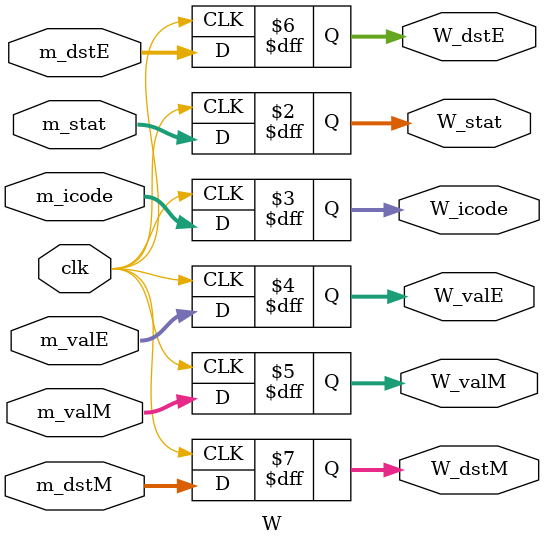
<source format=v>
module W(input clk,input [1:0] m_stat,input [3:0] m_icode,input [63:0] m_valE,input [63:0] m_valM,input [3:0] m_dstE,input [3:0] m_dstM,
output reg [1:0] W_stat,output reg [3:0] W_icode,output reg [63:0] W_valE,output reg [63:0] W_valM,output reg [3:0] W_dstE,
output reg [3:0] W_dstM);
   always @(posedge clk) begin
    W_stat=m_stat;
    W_icode=m_icode;
    W_valE=m_valE;
    W_valM=m_valM;
    W_dstE=m_dstE;
    W_dstM=m_dstM;
   end
endmodule
</source>
